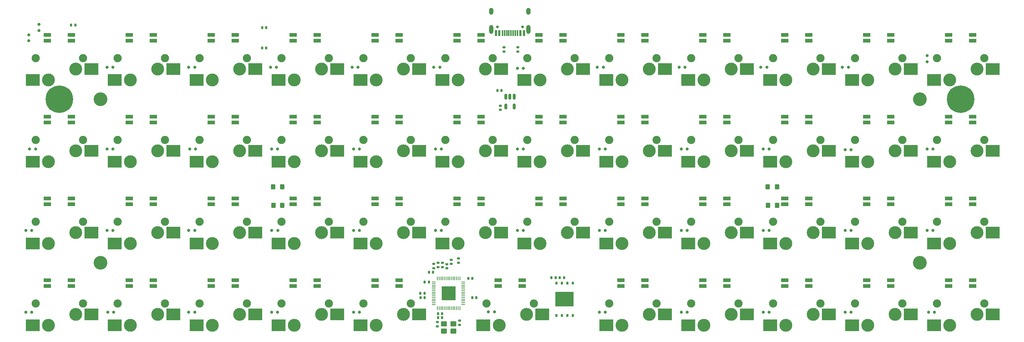
<source format=gbr>
%TF.GenerationSoftware,KiCad,Pcbnew,9.0.3*%
%TF.CreationDate,2025-08-25T21:29:52+09:00*%
%TF.ProjectId,forty,666f7274-792e-46b6-9963-61645f706362,rev?*%
%TF.SameCoordinates,Original*%
%TF.FileFunction,Soldermask,Bot*%
%TF.FilePolarity,Negative*%
%FSLAX46Y46*%
G04 Gerber Fmt 4.6, Leading zero omitted, Abs format (unit mm)*
G04 Created by KiCad (PCBNEW 9.0.3) date 2025-08-25 21:29:52*
%MOMM*%
%LPD*%
G01*
G04 APERTURE LIST*
G04 Aperture macros list*
%AMRoundRect*
0 Rectangle with rounded corners*
0 $1 Rounding radius*
0 $2 $3 $4 $5 $6 $7 $8 $9 X,Y pos of 4 corners*
0 Add a 4 corners polygon primitive as box body*
4,1,4,$2,$3,$4,$5,$6,$7,$8,$9,$2,$3,0*
0 Add four circle primitives for the rounded corners*
1,1,$1+$1,$2,$3*
1,1,$1+$1,$4,$5*
1,1,$1+$1,$6,$7*
1,1,$1+$1,$8,$9*
0 Add four rect primitives between the rounded corners*
20,1,$1+$1,$2,$3,$4,$5,0*
20,1,$1+$1,$4,$5,$6,$7,0*
20,1,$1+$1,$6,$7,$8,$9,0*
20,1,$1+$1,$8,$9,$2,$3,0*%
G04 Aperture macros list end*
%ADD10C,6.400000*%
%ADD11O,1.000000X2.100000*%
%ADD12O,1.000000X1.600000*%
%ADD13R,0.600000X1.450000*%
%ADD14R,0.300000X1.450000*%
%ADD15C,0.650000*%
%ADD16C,1.900000*%
%ADD17C,3.000000*%
%ADD18R,3.200000X2.780000*%
%ADD19C,3.200000*%
%ADD20RoundRect,0.140000X0.140000X0.170000X-0.140000X0.170000X-0.140000X-0.170000X0.140000X-0.170000X0*%
%ADD21R,1.700000X0.825000*%
%ADD22RoundRect,0.150000X-0.150000X-0.200000X0.150000X-0.200000X0.150000X0.200000X-0.150000X0.200000X0*%
%ADD23RoundRect,0.150000X-0.150000X0.512500X-0.150000X-0.512500X0.150000X-0.512500X0.150000X0.512500X0*%
%ADD24RoundRect,0.135000X-0.135000X-0.185000X0.135000X-0.185000X0.135000X0.185000X-0.135000X0.185000X0*%
%ADD25RoundRect,0.140000X-0.140000X-0.170000X0.140000X-0.170000X0.140000X0.170000X-0.140000X0.170000X0*%
%ADD26RoundRect,0.150000X-0.200000X0.150000X-0.200000X-0.150000X0.200000X-0.150000X0.200000X0.150000X0*%
%ADD27RoundRect,0.135000X0.135000X0.185000X-0.135000X0.185000X-0.135000X-0.185000X0.135000X-0.185000X0*%
%ADD28RoundRect,0.140000X0.170000X-0.140000X0.170000X0.140000X-0.170000X0.140000X-0.170000X-0.140000X0*%
%ADD29RoundRect,0.142500X-0.332500X0.482500X-0.332500X-0.482500X0.332500X-0.482500X0.332500X0.482500X0*%
%ADD30RoundRect,0.135000X-0.185000X0.135000X-0.185000X-0.135000X0.185000X-0.135000X0.185000X0.135000X0*%
%ADD31RoundRect,0.250000X0.450000X0.350000X-0.450000X0.350000X-0.450000X-0.350000X0.450000X-0.350000X0*%
%ADD32RoundRect,0.125000X-0.125000X0.200000X-0.125000X-0.200000X0.125000X-0.200000X0.125000X0.200000X0*%
%ADD33R,4.300000X3.400000*%
%ADD34RoundRect,0.050000X0.387500X0.050000X-0.387500X0.050000X-0.387500X-0.050000X0.387500X-0.050000X0*%
%ADD35RoundRect,0.050000X0.050000X0.387500X-0.050000X0.387500X-0.050000X-0.387500X0.050000X-0.387500X0*%
%ADD36R,3.200000X3.200000*%
G04 APERTURE END LIST*
D10*
%TO.C,REF\u002A\u002A*%
X45243750Y-52387500D03*
%TD*%
D11*
%TO.C,J1*%
X154320000Y-36130000D03*
D12*
X154320000Y-31950000D03*
D11*
X145680000Y-36130000D03*
D12*
X145680000Y-31950000D03*
D13*
X146750000Y-37045000D03*
X147550000Y-37045000D03*
D14*
X148250000Y-37045000D03*
X149250000Y-37045000D03*
X150750000Y-37045000D03*
X151750000Y-37045000D03*
D13*
X152450000Y-37045000D03*
X153250000Y-37045000D03*
X153250000Y-37045000D03*
X152450000Y-37045000D03*
D14*
X151250000Y-37045000D03*
X150250000Y-37045000D03*
X149750000Y-37045000D03*
X148750000Y-37045000D03*
D13*
X147550000Y-37045000D03*
X146750000Y-37045000D03*
D15*
X152890000Y-35600000D03*
X147110000Y-35600000D03*
%TD*%
D10*
%TO.C,REF\u002A\u002A*%
X254793750Y-52387500D03*
%TD*%
D16*
%TO.C,SW47*%
X260293750Y-100012500D03*
D17*
X258603750Y-102552500D03*
X252253750Y-105092500D03*
D16*
X249293750Y-100012500D03*
D18*
X262256750Y-102552500D03*
X248573750Y-105092500D03*
%TD*%
D16*
%TO.C,SW32*%
X184093750Y-80962500D03*
D17*
X182403750Y-83502500D03*
X176053750Y-86042500D03*
D16*
X173093750Y-80962500D03*
D18*
X186056750Y-83502500D03*
X172373750Y-86042500D03*
%TD*%
D16*
%TO.C,SW30*%
X145993750Y-80962500D03*
D17*
X144303750Y-83502500D03*
X137953750Y-86042500D03*
D16*
X134993750Y-80962500D03*
D18*
X147956750Y-83502500D03*
X134273750Y-86042500D03*
%TD*%
D19*
%TO.C,REF\u002A\u002A*%
X245268750Y-90487500D03*
%TD*%
D16*
%TO.C,SW10*%
X222193750Y-42862500D03*
D17*
X220503750Y-45402500D03*
X214153750Y-47942500D03*
D16*
X211193750Y-42862500D03*
D18*
X224156750Y-45402500D03*
X210473750Y-47942500D03*
%TD*%
D16*
%TO.C,SW38*%
X69793750Y-100012500D03*
D17*
X68103750Y-102552500D03*
X61753750Y-105092500D03*
D16*
X58793750Y-100012500D03*
D18*
X71756750Y-102552500D03*
X58073750Y-105092500D03*
%TD*%
D19*
%TO.C,REF\u002A\u002A*%
X54768750Y-90487500D03*
%TD*%
D16*
%TO.C,SW15*%
X88843750Y-61912500D03*
D17*
X87153750Y-64452500D03*
X80803750Y-66992500D03*
D16*
X77843750Y-61912500D03*
D18*
X90806750Y-64452500D03*
X77123750Y-66992500D03*
%TD*%
D16*
%TO.C,SW25*%
X50743750Y-80962500D03*
D17*
X49053750Y-83502500D03*
X42703750Y-86042500D03*
D16*
X39743750Y-80962500D03*
D18*
X52706750Y-83502500D03*
X39023750Y-86042500D03*
%TD*%
D19*
%TO.C,REF\u002A\u002A*%
X245268750Y-52387500D03*
%TD*%
D16*
%TO.C,SW5*%
X126943750Y-42862500D03*
D17*
X125253750Y-45402500D03*
X118903750Y-47942500D03*
D16*
X115943750Y-42862500D03*
D18*
X128906750Y-45402500D03*
X115223750Y-47942500D03*
%TD*%
D16*
%TO.C,SW24*%
X260293750Y-61912500D03*
D17*
X258603750Y-64452500D03*
X252253750Y-66992500D03*
D16*
X249293750Y-61912500D03*
D18*
X262256750Y-64452500D03*
X248573750Y-66992500D03*
%TD*%
D16*
%TO.C,SW37*%
X50743750Y-100012500D03*
D17*
X49053750Y-102552500D03*
X42703750Y-105092500D03*
D16*
X39743750Y-100012500D03*
D18*
X52706750Y-102552500D03*
X39023750Y-105092500D03*
%TD*%
D16*
%TO.C,SW23*%
X241243750Y-61912500D03*
D17*
X239553750Y-64452500D03*
X233203750Y-66992500D03*
D16*
X230243750Y-61912500D03*
D18*
X243206750Y-64452500D03*
X229523750Y-66992500D03*
%TD*%
D16*
%TO.C,SW42*%
X155518750Y-100012500D03*
D17*
X153828750Y-102552500D03*
X147478750Y-105092500D03*
D16*
X144518750Y-100012500D03*
D18*
X157481750Y-102552500D03*
X143798750Y-105092500D03*
%TD*%
D16*
%TO.C,SW20*%
X184093750Y-61912500D03*
D17*
X182403750Y-64452500D03*
X176053750Y-66992500D03*
D16*
X173093750Y-61912500D03*
D18*
X186056750Y-64452500D03*
X172373750Y-66992500D03*
%TD*%
D16*
%TO.C,SW18*%
X145993750Y-61912500D03*
D17*
X144303750Y-64452500D03*
X137953750Y-66992500D03*
D16*
X134993750Y-61912500D03*
D18*
X147956750Y-64452500D03*
X134273750Y-66992500D03*
%TD*%
D16*
%TO.C,SW7*%
X165043750Y-42862500D03*
D17*
X163353750Y-45402500D03*
X157003750Y-47942500D03*
D16*
X154043750Y-42862500D03*
D18*
X167006750Y-45402500D03*
X153323750Y-47942500D03*
%TD*%
D16*
%TO.C,SW8*%
X184093750Y-42862500D03*
D17*
X182403750Y-45402500D03*
X176053750Y-47942500D03*
D16*
X173093750Y-42862500D03*
D18*
X186056750Y-45402500D03*
X172373750Y-47942500D03*
%TD*%
D16*
%TO.C,SW29*%
X126943750Y-80962500D03*
D17*
X125253750Y-83502500D03*
X118903750Y-86042500D03*
D16*
X115943750Y-80962500D03*
D18*
X128906750Y-83502500D03*
X115223750Y-86042500D03*
%TD*%
D16*
%TO.C,SW11*%
X241243750Y-42862500D03*
D17*
X239553750Y-45402500D03*
X233203750Y-47942500D03*
D16*
X230243750Y-42862500D03*
D18*
X243206750Y-45402500D03*
X229523750Y-47942500D03*
%TD*%
D16*
%TO.C,SW21*%
X203143750Y-61912500D03*
D17*
X201453750Y-64452500D03*
X195103750Y-66992500D03*
D16*
X192143750Y-61912500D03*
D18*
X205106750Y-64452500D03*
X191423750Y-66992500D03*
%TD*%
D16*
%TO.C,SW22*%
X222193750Y-61912500D03*
D17*
X220503750Y-64452500D03*
X214153750Y-66992500D03*
D16*
X211193750Y-61912500D03*
D18*
X224156750Y-64452500D03*
X210473750Y-66992500D03*
%TD*%
D16*
%TO.C,SW44*%
X203143750Y-100012500D03*
D17*
X201453750Y-102552500D03*
X195103750Y-105092500D03*
D16*
X192143750Y-100012500D03*
D18*
X205106750Y-102552500D03*
X191423750Y-105092500D03*
%TD*%
D19*
%TO.C,REF\u002A\u002A*%
X54768750Y-52387500D03*
%TD*%
D16*
%TO.C,SW45*%
X222193750Y-100012500D03*
D17*
X220503750Y-102552500D03*
X214153750Y-105092500D03*
D16*
X211193750Y-100012500D03*
D18*
X224156750Y-102552500D03*
X210473750Y-105092500D03*
%TD*%
D16*
%TO.C,SW33*%
X203143750Y-80962500D03*
D17*
X201453750Y-83502500D03*
X195103750Y-86042500D03*
D16*
X192143750Y-80962500D03*
D18*
X205106750Y-83502500D03*
X191423750Y-86042500D03*
%TD*%
D16*
%TO.C,SW4*%
X107893750Y-42862500D03*
D17*
X106203750Y-45402500D03*
X99853750Y-47942500D03*
D16*
X96893750Y-42862500D03*
D18*
X109856750Y-45402500D03*
X96173750Y-47942500D03*
%TD*%
D16*
%TO.C,SW46*%
X241243750Y-100012500D03*
D17*
X239553750Y-102552500D03*
X233203750Y-105092500D03*
D16*
X230243750Y-100012500D03*
D18*
X243206750Y-102552500D03*
X229523750Y-105092500D03*
%TD*%
D16*
%TO.C,SW43*%
X184093750Y-100012500D03*
D17*
X182403750Y-102552500D03*
X176053750Y-105092500D03*
D16*
X173093750Y-100012500D03*
D18*
X186056750Y-102552500D03*
X172373750Y-105092500D03*
%TD*%
D16*
%TO.C,SW2*%
X69793750Y-42862500D03*
D17*
X68103750Y-45402500D03*
X61753750Y-47942500D03*
D16*
X58793750Y-42862500D03*
D18*
X71756750Y-45402500D03*
X58073750Y-47942500D03*
%TD*%
D16*
%TO.C,SW17*%
X126943750Y-61912500D03*
D17*
X125253750Y-64452500D03*
X118903750Y-66992500D03*
D16*
X115943750Y-61912500D03*
D18*
X128906750Y-64452500D03*
X115223750Y-66992500D03*
%TD*%
D16*
%TO.C,SW26*%
X69793750Y-80962500D03*
D17*
X68103750Y-83502500D03*
X61753750Y-86042500D03*
D16*
X58793750Y-80962500D03*
D18*
X71756750Y-83502500D03*
X58073750Y-86042500D03*
%TD*%
D16*
%TO.C,SW1*%
X50743750Y-42862500D03*
D17*
X49053750Y-45402500D03*
X42703750Y-47942500D03*
D16*
X39743750Y-42862500D03*
D18*
X52706750Y-45402500D03*
X39023750Y-47942500D03*
%TD*%
D16*
%TO.C,SW6*%
X145993750Y-42862500D03*
D17*
X144303750Y-45402500D03*
X137953750Y-47942500D03*
D16*
X134993750Y-42862500D03*
D18*
X147956750Y-45402500D03*
X134273750Y-47942500D03*
%TD*%
D16*
%TO.C,SW12*%
X260293750Y-42862500D03*
D17*
X258603750Y-45402500D03*
X252253750Y-47942500D03*
D16*
X249293750Y-42862500D03*
D18*
X262256750Y-45402500D03*
X248573750Y-47942500D03*
%TD*%
D16*
%TO.C,SW40*%
X107893750Y-100012500D03*
D17*
X106203750Y-102552500D03*
X99853750Y-105092500D03*
D16*
X96893750Y-100012500D03*
D18*
X109856750Y-102552500D03*
X96173750Y-105092500D03*
%TD*%
D16*
%TO.C,SW14*%
X69793750Y-61912500D03*
D17*
X68103750Y-64452500D03*
X61753750Y-66992500D03*
D16*
X58793750Y-61912500D03*
D18*
X71756750Y-64452500D03*
X58073750Y-66992500D03*
%TD*%
D16*
%TO.C,SW34*%
X222193750Y-80962500D03*
D17*
X220503750Y-83502500D03*
X214153750Y-86042500D03*
D16*
X211193750Y-80962500D03*
D18*
X224156750Y-83502500D03*
X210473750Y-86042500D03*
%TD*%
D16*
%TO.C,SW16*%
X107893750Y-61912500D03*
D17*
X106203750Y-64452500D03*
X99853750Y-66992500D03*
D16*
X96893750Y-61912500D03*
D18*
X109856750Y-64452500D03*
X96173750Y-66992500D03*
%TD*%
D16*
%TO.C,SW36*%
X260293750Y-80962500D03*
D17*
X258603750Y-83502500D03*
X252253750Y-86042500D03*
D16*
X249293750Y-80962500D03*
D18*
X262256750Y-83502500D03*
X248573750Y-86042500D03*
%TD*%
D16*
%TO.C,SW39*%
X88843750Y-100012500D03*
D17*
X87153750Y-102552500D03*
X80803750Y-105092500D03*
D16*
X77843750Y-100012500D03*
D18*
X90806750Y-102552500D03*
X77123750Y-105092500D03*
%TD*%
D16*
%TO.C,SW19*%
X165043750Y-61912500D03*
D17*
X163353750Y-64452500D03*
X157003750Y-66992500D03*
D16*
X154043750Y-61912500D03*
D18*
X167006750Y-64452500D03*
X153323750Y-66992500D03*
%TD*%
D16*
%TO.C,SW13*%
X50743750Y-61912500D03*
D17*
X49053750Y-64452500D03*
X42703750Y-66992500D03*
D16*
X39743750Y-61912500D03*
D18*
X52706750Y-64452500D03*
X39023750Y-66992500D03*
%TD*%
D16*
%TO.C,SW31*%
X165043750Y-80962500D03*
D17*
X163353750Y-83502500D03*
X157003750Y-86042500D03*
D16*
X154043750Y-80962500D03*
D18*
X167006750Y-83502500D03*
X153323750Y-86042500D03*
%TD*%
D16*
%TO.C,SW28*%
X107893750Y-80962500D03*
D17*
X106203750Y-83502500D03*
X99853750Y-86042500D03*
D16*
X96893750Y-80962500D03*
D18*
X109856750Y-83502500D03*
X96173750Y-86042500D03*
%TD*%
D16*
%TO.C,SW3*%
X88843750Y-42862500D03*
D17*
X87153750Y-45402500D03*
X80803750Y-47942500D03*
D16*
X77843750Y-42862500D03*
D18*
X90806750Y-45402500D03*
X77123750Y-47942500D03*
%TD*%
D16*
%TO.C,SW41*%
X126943750Y-100012500D03*
D17*
X125253750Y-102552500D03*
X118903750Y-105092500D03*
D16*
X115943750Y-100012500D03*
D18*
X128906750Y-102552500D03*
X115223750Y-105092500D03*
%TD*%
D16*
%TO.C,SW9*%
X203143750Y-42862500D03*
D17*
X201453750Y-45402500D03*
X195103750Y-47942500D03*
D16*
X192143750Y-42862500D03*
D18*
X205106750Y-45402500D03*
X191423750Y-47942500D03*
%TD*%
D16*
%TO.C,SW27*%
X88843750Y-80962500D03*
D17*
X87153750Y-83502500D03*
X80803750Y-86042500D03*
D16*
X77843750Y-80962500D03*
D18*
X90806750Y-83502500D03*
X77123750Y-86042500D03*
%TD*%
D16*
%TO.C,SW35*%
X241243750Y-80962500D03*
D17*
X239553750Y-83502500D03*
X233203750Y-86042500D03*
D16*
X230243750Y-80962500D03*
D18*
X243206750Y-83502500D03*
X229523750Y-86042500D03*
%TD*%
D20*
%TO.C,C5*%
X93348750Y-40481250D03*
X92388750Y-40481250D03*
%TD*%
D21*
%TO.C,LED28*%
X105193750Y-76900000D03*
X105193750Y-75500000D03*
X99593750Y-75500000D03*
X99593750Y-76900000D03*
%TD*%
D22*
%TO.C,D45*%
X210250000Y-102000000D03*
X208850000Y-102000000D03*
%TD*%
D21*
%TO.C,LED29*%
X124243750Y-76900000D03*
X124243750Y-75500000D03*
X118643750Y-75500000D03*
X118643750Y-76900000D03*
%TD*%
%TO.C,LED42*%
X147218750Y-94550000D03*
X147218750Y-95950000D03*
X152818750Y-95950000D03*
X152818750Y-94550000D03*
%TD*%
D22*
%TO.C,D40*%
X95950000Y-102000000D03*
X94550000Y-102000000D03*
%TD*%
D20*
%TO.C,C17*%
X131150000Y-95010000D03*
X130190000Y-95010000D03*
%TD*%
D22*
%TO.C,D4*%
X95700000Y-45000000D03*
X94300000Y-45000000D03*
%TD*%
D20*
%TO.C,C18*%
X134230000Y-103330000D03*
X133270000Y-103330000D03*
%TD*%
D22*
%TO.C,D34*%
X210250000Y-83000000D03*
X208850000Y-83000000D03*
%TD*%
%TO.C,D5*%
X114700000Y-45000000D03*
X113300000Y-45000000D03*
%TD*%
%TO.C,D33*%
X191200000Y-83000000D03*
X189800000Y-83000000D03*
%TD*%
D21*
%TO.C,LED36*%
X257593750Y-76900000D03*
X257593750Y-75500000D03*
X251993750Y-75500000D03*
X251993750Y-76900000D03*
%TD*%
D22*
%TO.C,D9*%
X190700000Y-45000000D03*
X189300000Y-45000000D03*
%TD*%
%TO.C,D16*%
X95950000Y-64000000D03*
X94550000Y-64000000D03*
%TD*%
%TO.C,D39*%
X76700000Y-102000000D03*
X75300000Y-102000000D03*
%TD*%
D21*
%TO.C,LED10*%
X219493750Y-38800000D03*
X219493750Y-37400000D03*
X213893750Y-37400000D03*
X213893750Y-38800000D03*
%TD*%
D22*
%TO.C,D38*%
X57850000Y-102000000D03*
X56450000Y-102000000D03*
%TD*%
D23*
%TO.C,U3*%
X149050000Y-51862500D03*
X150000000Y-51862500D03*
X150950000Y-51862500D03*
X150950000Y-54137500D03*
X149050000Y-54137500D03*
%TD*%
D22*
%TO.C,D20*%
X172150000Y-64000000D03*
X170750000Y-64000000D03*
%TD*%
D24*
%TO.C,R5*%
X161590000Y-94000000D03*
X162610000Y-94000000D03*
%TD*%
D25*
%TO.C,C15*%
X141240000Y-98660000D03*
X142200000Y-98660000D03*
%TD*%
D22*
%TO.C,D22*%
X210250000Y-64000000D03*
X208850000Y-64000000D03*
%TD*%
D21*
%TO.C,LED18*%
X137693750Y-56450000D03*
X137693750Y-57850000D03*
X143293750Y-57850000D03*
X143293750Y-56450000D03*
%TD*%
D26*
%TO.C,D12*%
X247000000Y-43700000D03*
X247000000Y-42300000D03*
%TD*%
D21*
%TO.C,LED34*%
X219493750Y-76900000D03*
X219493750Y-75500000D03*
X213893750Y-75500000D03*
X213893750Y-76900000D03*
%TD*%
D22*
%TO.C,D46*%
X229300000Y-102000000D03*
X227900000Y-102000000D03*
%TD*%
D21*
%TO.C,LED5*%
X124243750Y-38800000D03*
X124243750Y-37400000D03*
X118643750Y-37400000D03*
X118643750Y-38800000D03*
%TD*%
%TO.C,LED4*%
X105193750Y-38800000D03*
X105193750Y-37400000D03*
X99593750Y-37400000D03*
X99593750Y-38800000D03*
%TD*%
D25*
%TO.C,C4*%
X92388750Y-35718750D03*
X93348750Y-35718750D03*
%TD*%
D22*
%TO.C,D13*%
X39700000Y-64000000D03*
X38300000Y-64000000D03*
%TD*%
%TO.C,D30*%
X134050000Y-83000000D03*
X132650000Y-83000000D03*
%TD*%
%TO.C,D29*%
X115000000Y-83000000D03*
X113600000Y-83000000D03*
%TD*%
D24*
%TO.C,R8*%
X129140000Y-97600000D03*
X130160000Y-97600000D03*
%TD*%
D21*
%TO.C,LED40*%
X99593750Y-94550000D03*
X99593750Y-95950000D03*
X105193750Y-95950000D03*
X105193750Y-94550000D03*
%TD*%
D22*
%TO.C,D7*%
X153100000Y-45243750D03*
X151700000Y-45243750D03*
%TD*%
D27*
%TO.C,R1*%
X48990000Y-35160000D03*
X47970000Y-35160000D03*
%TD*%
D21*
%TO.C,LED24*%
X251993750Y-56450000D03*
X251993750Y-57850000D03*
X257593750Y-57850000D03*
X257593750Y-56450000D03*
%TD*%
D28*
%TO.C,C14*%
X135340000Y-91800000D03*
X135340000Y-90840000D03*
%TD*%
D22*
%TO.C,D42*%
X146400000Y-101980000D03*
X145000000Y-101980000D03*
%TD*%
D21*
%TO.C,LED38*%
X61493750Y-94550000D03*
X61493750Y-95950000D03*
X67093750Y-95950000D03*
X67093750Y-94550000D03*
%TD*%
D22*
%TO.C,D3*%
X76700000Y-45000000D03*
X75300000Y-45000000D03*
%TD*%
D21*
%TO.C,LED41*%
X118643750Y-94550000D03*
X118643750Y-95950000D03*
X124243750Y-95950000D03*
X124243750Y-94550000D03*
%TD*%
D22*
%TO.C,D25*%
X38800000Y-83000000D03*
X37400000Y-83000000D03*
%TD*%
D20*
%TO.C,C16*%
X130150000Y-98670000D03*
X129190000Y-98670000D03*
%TD*%
D21*
%TO.C,LED9*%
X200443750Y-38800000D03*
X200443750Y-37400000D03*
X194843750Y-37400000D03*
X194843750Y-38800000D03*
%TD*%
D20*
%TO.C,C2*%
X148040000Y-50410000D03*
X147080000Y-50410000D03*
%TD*%
D22*
%TO.C,D47*%
X248700000Y-102000000D03*
X247300000Y-102000000D03*
%TD*%
D21*
%TO.C,LED30*%
X143293750Y-76900000D03*
X143293750Y-75500000D03*
X137693750Y-75500000D03*
X137693750Y-76900000D03*
%TD*%
D22*
%TO.C,D37*%
X38800000Y-102000000D03*
X37400000Y-102000000D03*
%TD*%
D21*
%TO.C,LED37*%
X42443750Y-94550000D03*
X42443750Y-95950000D03*
X48043750Y-95950000D03*
X48043750Y-94550000D03*
%TD*%
D22*
%TO.C,D21*%
X191200000Y-64000000D03*
X189800000Y-64000000D03*
%TD*%
D21*
%TO.C,LED12*%
X257593750Y-38800000D03*
X257593750Y-37400000D03*
X251993750Y-37400000D03*
X251993750Y-38800000D03*
%TD*%
D22*
%TO.C,D6*%
X133700000Y-45000000D03*
X132300000Y-45000000D03*
%TD*%
D21*
%TO.C,LED22*%
X213893750Y-56450000D03*
X213893750Y-57850000D03*
X219493750Y-57850000D03*
X219493750Y-56450000D03*
%TD*%
D22*
%TO.C,D27*%
X76700000Y-83000000D03*
X75300000Y-83000000D03*
%TD*%
D20*
%TO.C,C10*%
X134230000Y-102400000D03*
X133270000Y-102400000D03*
%TD*%
D29*
%TO.C,SW48*%
X209925000Y-72825000D03*
X210000000Y-77175000D03*
X212075000Y-72825000D03*
X212075000Y-77175000D03*
%TD*%
D22*
%TO.C,D15*%
X76900000Y-64000000D03*
X75500000Y-64000000D03*
%TD*%
D29*
%TO.C,SW49*%
X94925000Y-72825000D03*
X95000000Y-77175000D03*
X97075000Y-72825000D03*
X97075000Y-77175000D03*
%TD*%
D22*
%TO.C,D19*%
X153100000Y-64000000D03*
X151700000Y-64000000D03*
%TD*%
D24*
%TO.C,R4*%
X159590000Y-94000000D03*
X160610000Y-94000000D03*
%TD*%
D25*
%TO.C,C12*%
X140300000Y-94120000D03*
X141260000Y-94120000D03*
%TD*%
D28*
%TO.C,C6*%
X133110000Y-105300000D03*
X133110000Y-104340000D03*
%TD*%
D21*
%TO.C,LED43*%
X175793750Y-94550000D03*
X175793750Y-95950000D03*
X181393750Y-95950000D03*
X181393750Y-94550000D03*
%TD*%
%TO.C,LED11*%
X238543750Y-38800000D03*
X238543750Y-37400000D03*
X232943750Y-37400000D03*
X232943750Y-38800000D03*
%TD*%
%TO.C,LED46*%
X232943750Y-94550000D03*
X232943750Y-95950000D03*
X238543750Y-95950000D03*
X238543750Y-94550000D03*
%TD*%
D26*
%TO.C,D1*%
X38100000Y-38800000D03*
X38100000Y-37400000D03*
%TD*%
D21*
%TO.C,LED26*%
X67093750Y-76900000D03*
X67093750Y-75500000D03*
X61493750Y-75500000D03*
X61493750Y-76900000D03*
%TD*%
%TO.C,LED13*%
X42443750Y-56450000D03*
X42443750Y-57850000D03*
X48043750Y-57850000D03*
X48043750Y-56450000D03*
%TD*%
D22*
%TO.C,D18*%
X134050000Y-64000000D03*
X132650000Y-64000000D03*
%TD*%
%TO.C,D36*%
X248350000Y-83000000D03*
X246950000Y-83000000D03*
%TD*%
D21*
%TO.C,LED6*%
X143293750Y-38800000D03*
X143293750Y-37400000D03*
X137693750Y-37400000D03*
X137693750Y-38800000D03*
%TD*%
D30*
%TO.C,R2*%
X151800000Y-40290000D03*
X151800000Y-41310000D03*
%TD*%
D22*
%TO.C,D8*%
X171700000Y-45000000D03*
X170300000Y-45000000D03*
%TD*%
%TO.C,D32*%
X172150000Y-83000000D03*
X170750000Y-83000000D03*
%TD*%
%TO.C,D31*%
X153100000Y-83000000D03*
X151700000Y-83000000D03*
%TD*%
D28*
%TO.C,C13*%
X136360000Y-90770000D03*
X136360000Y-89810000D03*
%TD*%
D22*
%TO.C,D41*%
X115000000Y-102000000D03*
X113600000Y-102000000D03*
%TD*%
D28*
%TO.C,C7*%
X138320000Y-104960000D03*
X138320000Y-104000000D03*
%TD*%
D21*
%TO.C,LED17*%
X118643750Y-56450000D03*
X118643750Y-57850000D03*
X124243750Y-57850000D03*
X124243750Y-56450000D03*
%TD*%
%TO.C,LED25*%
X48043750Y-76900000D03*
X48043750Y-75500000D03*
X42443750Y-75500000D03*
X42443750Y-76900000D03*
%TD*%
D28*
%TO.C,C3*%
X147730000Y-54890000D03*
X147730000Y-53930000D03*
%TD*%
D21*
%TO.C,LED32*%
X181393750Y-76900000D03*
X181393750Y-75500000D03*
X175793750Y-75500000D03*
X175793750Y-76900000D03*
%TD*%
D26*
%TO.C,D48*%
X40481250Y-36418750D03*
X40481250Y-35018750D03*
%TD*%
D22*
%TO.C,D44*%
X191200000Y-102000000D03*
X189800000Y-102000000D03*
%TD*%
%TO.C,D24*%
X248350000Y-64000000D03*
X246950000Y-64000000D03*
%TD*%
D21*
%TO.C,LED20*%
X175793750Y-56450000D03*
X175793750Y-57850000D03*
X181393750Y-57850000D03*
X181393750Y-56450000D03*
%TD*%
D22*
%TO.C,D10*%
X209700000Y-45000000D03*
X208300000Y-45000000D03*
%TD*%
%TO.C,D11*%
X228700000Y-45000000D03*
X227300000Y-45000000D03*
%TD*%
D21*
%TO.C,LED47*%
X251993750Y-94550000D03*
X251993750Y-95950000D03*
X257593750Y-95950000D03*
X257593750Y-94550000D03*
%TD*%
%TO.C,LED23*%
X232943750Y-56450000D03*
X232943750Y-57850000D03*
X238543750Y-57850000D03*
X238543750Y-56450000D03*
%TD*%
D30*
%TO.C,R3*%
X148600000Y-40290000D03*
X148600000Y-41310000D03*
%TD*%
D21*
%TO.C,LED19*%
X156743750Y-56450000D03*
X156743750Y-57850000D03*
X162343750Y-57850000D03*
X162343750Y-56450000D03*
%TD*%
%TO.C,LED44*%
X194843750Y-94550000D03*
X194843750Y-95950000D03*
X200443750Y-95950000D03*
X200443750Y-94550000D03*
%TD*%
D22*
%TO.C,D35*%
X229300000Y-83000000D03*
X227900000Y-83000000D03*
%TD*%
%TO.C,D14*%
X57700000Y-64000000D03*
X56300000Y-64000000D03*
%TD*%
D21*
%TO.C,LED39*%
X80543750Y-94550000D03*
X80543750Y-95950000D03*
X86143750Y-95950000D03*
X86143750Y-94550000D03*
%TD*%
D22*
%TO.C,D26*%
X57700000Y-83000000D03*
X56300000Y-83000000D03*
%TD*%
%TO.C,D28*%
X96000000Y-83000000D03*
X94600000Y-83000000D03*
%TD*%
D21*
%TO.C,LED14*%
X61493750Y-56450000D03*
X61493750Y-57850000D03*
X67093750Y-57850000D03*
X67093750Y-56450000D03*
%TD*%
D30*
%TO.C,R6*%
X133320000Y-90480000D03*
X133320000Y-91500000D03*
%TD*%
D21*
%TO.C,LED45*%
X213893750Y-94550000D03*
X213893750Y-95950000D03*
X219493750Y-95950000D03*
X219493750Y-94550000D03*
%TD*%
D28*
%TO.C,C9*%
X132310000Y-91750000D03*
X132310000Y-90790000D03*
%TD*%
D21*
%TO.C,LED27*%
X86143750Y-76900000D03*
X86143750Y-75500000D03*
X80543750Y-75500000D03*
X80543750Y-76900000D03*
%TD*%
D22*
%TO.C,D17*%
X115000000Y-64000000D03*
X113600000Y-64000000D03*
%TD*%
%TO.C,D23*%
X229300000Y-64200000D03*
X227900000Y-64200000D03*
%TD*%
%TO.C,D43*%
X172150000Y-102000000D03*
X170750000Y-102000000D03*
%TD*%
D31*
%TO.C,Y1*%
X136840000Y-106480000D03*
X134640000Y-106480000D03*
X134640000Y-104780000D03*
X136840000Y-104780000D03*
%TD*%
D20*
%TO.C,C8*%
X132130000Y-92730000D03*
X131170000Y-92730000D03*
%TD*%
D21*
%TO.C,LED1*%
X48043750Y-38800000D03*
X48043750Y-37400000D03*
X42443750Y-37400000D03*
X42443750Y-38800000D03*
%TD*%
D32*
%TO.C,U2*%
X160795000Y-95257500D03*
X162065000Y-95257500D03*
X163335000Y-95257500D03*
X164605000Y-95257500D03*
X164605000Y-102757500D03*
X163335000Y-102757500D03*
X162065000Y-102757500D03*
X160795000Y-102757500D03*
D33*
X162700000Y-99007500D03*
%TD*%
D21*
%TO.C,LED35*%
X238543750Y-76900000D03*
X238543750Y-75500000D03*
X232943750Y-75500000D03*
X232943750Y-76900000D03*
%TD*%
D30*
%TO.C,R7*%
X134300000Y-90480000D03*
X134300000Y-91500000D03*
%TD*%
D21*
%TO.C,LED16*%
X99593750Y-56450000D03*
X99593750Y-57850000D03*
X105193750Y-57850000D03*
X105193750Y-56450000D03*
%TD*%
%TO.C,LED2*%
X67093750Y-38800000D03*
X67093750Y-37400000D03*
X61493750Y-37400000D03*
X61493750Y-38800000D03*
%TD*%
%TO.C,LED15*%
X80543750Y-56450000D03*
X80543750Y-57850000D03*
X86143750Y-57850000D03*
X86143750Y-56450000D03*
%TD*%
D34*
%TO.C,U1*%
X139167500Y-95031250D03*
X139167500Y-95431250D03*
X139167500Y-95831250D03*
X139167500Y-96231250D03*
X139167500Y-96631250D03*
X139167500Y-97031250D03*
X139167500Y-97431250D03*
X139167500Y-97831250D03*
X139167500Y-98231250D03*
X139167500Y-98631250D03*
X139167500Y-99031250D03*
X139167500Y-99431250D03*
X139167500Y-99831250D03*
X139167500Y-100231250D03*
D35*
X138330000Y-101068750D03*
X137930000Y-101068750D03*
X137530000Y-101068750D03*
X137130000Y-101068750D03*
X136730000Y-101068750D03*
X136330000Y-101068750D03*
X135930000Y-101068750D03*
X135530000Y-101068750D03*
X135130000Y-101068750D03*
X134730000Y-101068750D03*
X134330000Y-101068750D03*
X133930000Y-101068750D03*
X133530000Y-101068750D03*
X133130000Y-101068750D03*
D34*
X132292500Y-100231250D03*
X132292500Y-99831250D03*
X132292500Y-99431250D03*
X132292500Y-99031250D03*
X132292500Y-98631250D03*
X132292500Y-98231250D03*
X132292500Y-97831250D03*
X132292500Y-97431250D03*
X132292500Y-97031250D03*
X132292500Y-96631250D03*
X132292500Y-96231250D03*
X132292500Y-95831250D03*
X132292500Y-95431250D03*
X132292500Y-95031250D03*
D35*
X133130000Y-94193750D03*
X133530000Y-94193750D03*
X133930000Y-94193750D03*
X134330000Y-94193750D03*
X134730000Y-94193750D03*
X135130000Y-94193750D03*
X135530000Y-94193750D03*
X135930000Y-94193750D03*
X136330000Y-94193750D03*
X136730000Y-94193750D03*
X137130000Y-94193750D03*
X137530000Y-94193750D03*
X137930000Y-94193750D03*
X138330000Y-94193750D03*
D36*
X135730000Y-97631250D03*
%TD*%
D28*
%TO.C,C11*%
X138060000Y-90490000D03*
X138060000Y-89530000D03*
%TD*%
D22*
%TO.C,D2*%
X57700000Y-45000000D03*
X56300000Y-45000000D03*
%TD*%
D21*
%TO.C,LED21*%
X194843750Y-56450000D03*
X194843750Y-57850000D03*
X200443750Y-57850000D03*
X200443750Y-56450000D03*
%TD*%
%TO.C,LED33*%
X200443750Y-76900000D03*
X200443750Y-75500000D03*
X194843750Y-75500000D03*
X194843750Y-76900000D03*
%TD*%
%TO.C,LED7*%
X162343750Y-38800000D03*
X162343750Y-37400000D03*
X156743750Y-37400000D03*
X156743750Y-38800000D03*
%TD*%
%TO.C,LED8*%
X181393750Y-38800000D03*
X181393750Y-37400000D03*
X175793750Y-37400000D03*
X175793750Y-38800000D03*
%TD*%
%TO.C,LED31*%
X162343750Y-76900000D03*
X162343750Y-75500000D03*
X156743750Y-75500000D03*
X156743750Y-76900000D03*
%TD*%
%TO.C,LED3*%
X86143750Y-38800000D03*
X86143750Y-37400000D03*
X80543750Y-37400000D03*
X80543750Y-38800000D03*
%TD*%
M02*

</source>
